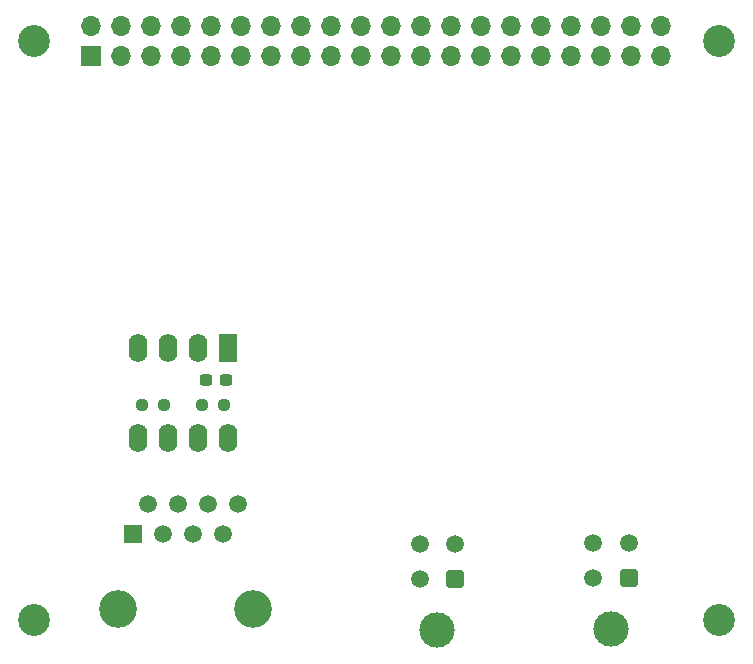
<source format=gbs>
G04 #@! TF.GenerationSoftware,KiCad,Pcbnew,6.0.7*
G04 #@! TF.CreationDate,2022-09-24T12:03:36-05:00*
G04 #@! TF.ProjectId,pi-hat,70692d68-6174-42e6-9b69-6361645f7063,rev?*
G04 #@! TF.SameCoordinates,Original*
G04 #@! TF.FileFunction,Soldermask,Bot*
G04 #@! TF.FilePolarity,Negative*
%FSLAX46Y46*%
G04 Gerber Fmt 4.6, Leading zero omitted, Abs format (unit mm)*
G04 Created by KiCad (PCBNEW 6.0.7) date 2022-09-24 12:03:36*
%MOMM*%
%LPD*%
G01*
G04 APERTURE LIST*
G04 Aperture macros list*
%AMRoundRect*
0 Rectangle with rounded corners*
0 $1 Rounding radius*
0 $2 $3 $4 $5 $6 $7 $8 $9 X,Y pos of 4 corners*
0 Add a 4 corners polygon primitive as box body*
4,1,4,$2,$3,$4,$5,$6,$7,$8,$9,$2,$3,0*
0 Add four circle primitives for the rounded corners*
1,1,$1+$1,$2,$3*
1,1,$1+$1,$4,$5*
1,1,$1+$1,$6,$7*
1,1,$1+$1,$8,$9*
0 Add four rect primitives between the rounded corners*
20,1,$1+$1,$2,$3,$4,$5,0*
20,1,$1+$1,$4,$5,$6,$7,0*
20,1,$1+$1,$6,$7,$8,$9,0*
20,1,$1+$1,$8,$9,$2,$3,0*%
G04 Aperture macros list end*
%ADD10C,2.700000*%
%ADD11C,3.200000*%
%ADD12R,1.500000X1.500000*%
%ADD13C,1.500000*%
%ADD14C,3.000000*%
%ADD15RoundRect,0.250001X0.499999X0.499999X-0.499999X0.499999X-0.499999X-0.499999X0.499999X-0.499999X0*%
%ADD16R,1.600000X2.400000*%
%ADD17O,1.600000X2.400000*%
%ADD18R,1.700000X1.700000*%
%ADD19O,1.700000X1.700000*%
%ADD20RoundRect,0.237500X-0.300000X-0.237500X0.300000X-0.237500X0.300000X0.237500X-0.300000X0.237500X0*%
%ADD21RoundRect,0.237500X0.250000X0.237500X-0.250000X0.237500X-0.250000X-0.237500X0.250000X-0.237500X0*%
G04 APERTURE END LIST*
D10*
X161500000Y-47500000D03*
D11*
X110647500Y-95600000D03*
X122077500Y-95600000D03*
D12*
X111917500Y-89250000D03*
D13*
X113187500Y-86710000D03*
X114457500Y-89250000D03*
X115727500Y-86710000D03*
X116997500Y-89250000D03*
X118267500Y-86710000D03*
X119537500Y-89250000D03*
X120807500Y-86710000D03*
D14*
X152350000Y-97335000D03*
D15*
X153850000Y-93015000D03*
D13*
X150850000Y-93015000D03*
X153850000Y-90015000D03*
X150850000Y-90015000D03*
D10*
X103500000Y-96500000D03*
D16*
X119900000Y-73525000D03*
D17*
X117360000Y-73525000D03*
X114820000Y-73525000D03*
X112280000Y-73525000D03*
X112280000Y-81145000D03*
X114820000Y-81145000D03*
X117360000Y-81145000D03*
X119900000Y-81145000D03*
D10*
X103500000Y-47500000D03*
D14*
X137650000Y-97420000D03*
D15*
X139150000Y-93100000D03*
D13*
X136150000Y-93100000D03*
X139150000Y-90100000D03*
X136150000Y-90100000D03*
D10*
X161500000Y-96500000D03*
D18*
X108370000Y-48770000D03*
D19*
X108370000Y-46230000D03*
X110910000Y-48770000D03*
X110910000Y-46230000D03*
X113450000Y-48770000D03*
X113450000Y-46230000D03*
X115990000Y-48770000D03*
X115990000Y-46230000D03*
X118530000Y-48770000D03*
X118530000Y-46230000D03*
X121070000Y-48770000D03*
X121070000Y-46230000D03*
X123610000Y-48770000D03*
X123610000Y-46230000D03*
X126150000Y-48770000D03*
X126150000Y-46230000D03*
X128690000Y-48770000D03*
X128690000Y-46230000D03*
X131230000Y-48770000D03*
X131230000Y-46230000D03*
X133770000Y-48770000D03*
X133770000Y-46230000D03*
X136310000Y-48770000D03*
X136310000Y-46230000D03*
X138850000Y-48770000D03*
X138850000Y-46230000D03*
X141390000Y-48770000D03*
X141390000Y-46230000D03*
X143930000Y-48770000D03*
X143930000Y-46230000D03*
X146470000Y-48770000D03*
X146470000Y-46230000D03*
X149010000Y-48770000D03*
X149010000Y-46230000D03*
X151550000Y-48770000D03*
X151550000Y-46230000D03*
X154090000Y-48770000D03*
X154090000Y-46230000D03*
X156630000Y-48770000D03*
X156630000Y-46230000D03*
D20*
X118037500Y-76250000D03*
X119762500Y-76250000D03*
D21*
X114512500Y-78300000D03*
X112687500Y-78300000D03*
X119562500Y-78350000D03*
X117737500Y-78350000D03*
M02*

</source>
